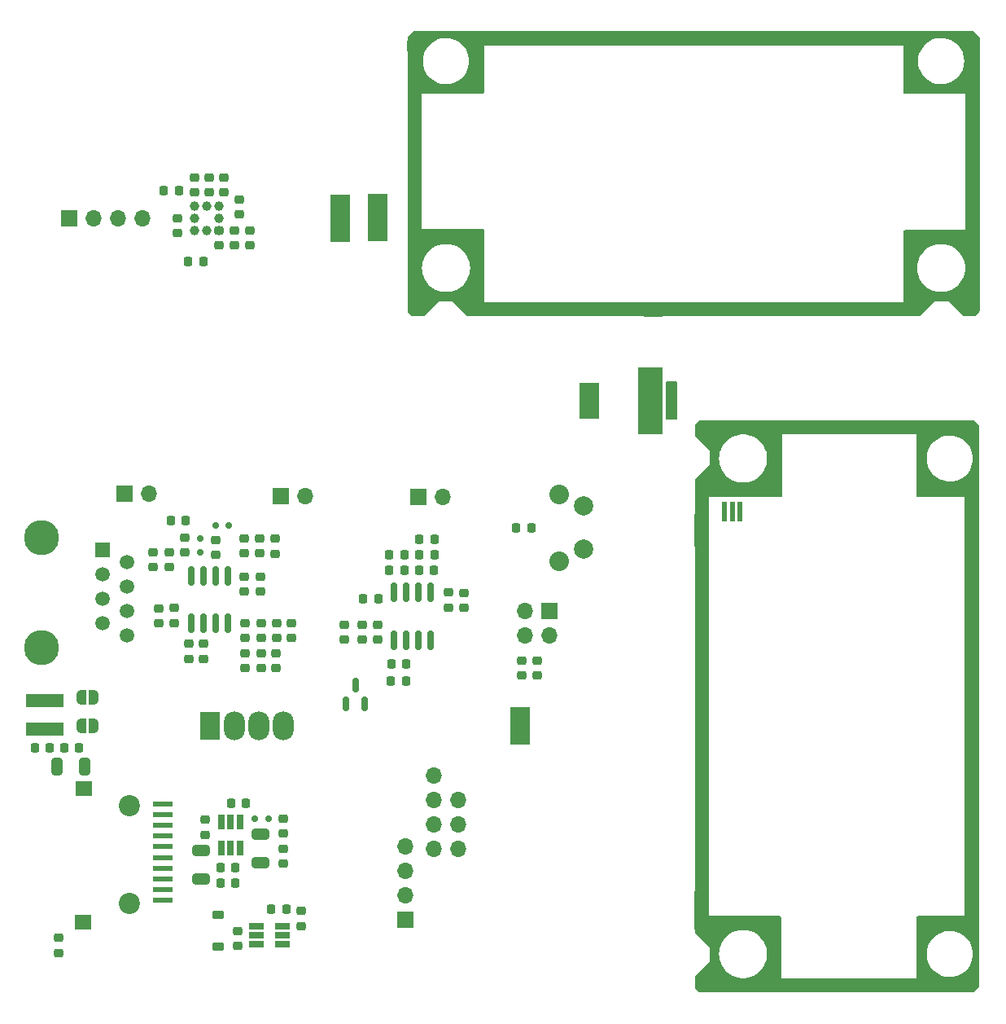
<source format=gbr>
G04 #@! TF.GenerationSoftware,KiCad,Pcbnew,7.0.1-0*
G04 #@! TF.CreationDate,2023-11-21T15:01:45-05:00*
G04 #@! TF.ProjectId,CosmicWatch,436f736d-6963-4576-9174-63682e6b6963,rev?*
G04 #@! TF.SameCoordinates,Original*
G04 #@! TF.FileFunction,Soldermask,Bot*
G04 #@! TF.FilePolarity,Negative*
%FSLAX46Y46*%
G04 Gerber Fmt 4.6, Leading zero omitted, Abs format (unit mm)*
G04 Created by KiCad (PCBNEW 7.0.1-0) date 2023-11-21 15:01:45*
%MOMM*%
%LPD*%
G01*
G04 APERTURE LIST*
G04 Aperture macros list*
%AMRoundRect*
0 Rectangle with rounded corners*
0 $1 Rounding radius*
0 $2 $3 $4 $5 $6 $7 $8 $9 X,Y pos of 4 corners*
0 Add a 4 corners polygon primitive as box body*
4,1,4,$2,$3,$4,$5,$6,$7,$8,$9,$2,$3,0*
0 Add four circle primitives for the rounded corners*
1,1,$1+$1,$2,$3*
1,1,$1+$1,$4,$5*
1,1,$1+$1,$6,$7*
1,1,$1+$1,$8,$9*
0 Add four rect primitives between the rounded corners*
20,1,$1+$1,$2,$3,$4,$5,0*
20,1,$1+$1,$4,$5,$6,$7,0*
20,1,$1+$1,$6,$7,$8,$9,0*
20,1,$1+$1,$8,$9,$2,$3,0*%
%AMFreePoly0*
4,1,19,0.500000,-0.750000,0.000000,-0.750000,0.000000,-0.744911,-0.071157,-0.744911,-0.207708,-0.704816,-0.327430,-0.627875,-0.420627,-0.520320,-0.479746,-0.390866,-0.500000,-0.250000,-0.500000,0.250000,-0.479746,0.390866,-0.420627,0.520320,-0.327430,0.627875,-0.207708,0.704816,-0.071157,0.744911,0.000000,0.744911,0.000000,0.750000,0.500000,0.750000,0.500000,-0.750000,0.500000,-0.750000,
$1*%
%AMFreePoly1*
4,1,19,0.000000,0.744911,0.071157,0.744911,0.207708,0.704816,0.327430,0.627875,0.420627,0.520320,0.479746,0.390866,0.500000,0.250000,0.500000,-0.250000,0.479746,-0.390866,0.420627,-0.520320,0.327430,-0.627875,0.207708,-0.704816,0.071157,-0.744911,0.000000,-0.744911,0.000000,-0.750000,-0.500000,-0.750000,-0.500000,0.750000,0.000000,0.750000,0.000000,0.744911,0.000000,0.744911,
$1*%
G04 Aperture macros list end*
%ADD10RoundRect,0.225000X0.250000X-0.225000X0.250000X0.225000X-0.250000X0.225000X-0.250000X-0.225000X0*%
%ADD11R,1.700000X1.700000*%
%ADD12O,1.700000X1.700000*%
%ADD13RoundRect,0.150000X0.150000X-0.825000X0.150000X0.825000X-0.150000X0.825000X-0.150000X-0.825000X0*%
%ADD14C,1.000000*%
%ADD15RoundRect,0.225000X-0.225000X-0.250000X0.225000X-0.250000X0.225000X0.250000X-0.225000X0.250000X0*%
%ADD16R,1.560000X0.650000*%
%ADD17RoundRect,0.225000X0.225000X0.250000X-0.225000X0.250000X-0.225000X-0.250000X0.225000X-0.250000X0*%
%ADD18RoundRect,0.225000X-0.250000X0.225000X-0.250000X-0.225000X0.250000X-0.225000X0.250000X0.225000X0*%
%ADD19RoundRect,0.150000X-0.150000X-0.200000X0.150000X-0.200000X0.150000X0.200000X-0.150000X0.200000X0*%
%ADD20RoundRect,0.150000X-0.200000X0.150000X-0.200000X-0.150000X0.200000X-0.150000X0.200000X0.150000X0*%
%ADD21R,2.000000X4.000000*%
%ADD22C,2.032000*%
%ADD23C,2.000000*%
%ADD24R,2.000000X3.000000*%
%ADD25O,2.200000X3.000000*%
%ADD26R,2.000000X5.000000*%
%ADD27R,2.000000X3.800000*%
%ADD28R,2.500000X7.000000*%
%ADD29C,3.650000*%
%ADD30R,1.500000X1.500000*%
%ADD31C,1.500000*%
%ADD32R,0.500000X2.000000*%
%ADD33R,2.000000X0.500000*%
%ADD34R,1.800000X1.500000*%
%ADD35C,2.200000*%
%ADD36RoundRect,0.250000X-0.325000X-0.650000X0.325000X-0.650000X0.325000X0.650000X-0.325000X0.650000X0*%
%ADD37FreePoly0,0.000000*%
%ADD38FreePoly1,0.000000*%
%ADD39R,4.000000X1.400000*%
%ADD40R,0.650000X1.560000*%
%ADD41RoundRect,0.250000X0.650000X-0.325000X0.650000X0.325000X-0.650000X0.325000X-0.650000X-0.325000X0*%
%ADD42RoundRect,0.225000X-0.375000X0.225000X-0.375000X-0.225000X0.375000X-0.225000X0.375000X0.225000X0*%
%ADD43RoundRect,0.150000X0.150000X-0.587500X0.150000X0.587500X-0.150000X0.587500X-0.150000X-0.587500X0*%
G04 APERTURE END LIST*
D10*
X88245000Y-108240000D03*
X88245000Y-106690000D03*
D11*
X103070000Y-90415000D03*
D12*
X105610000Y-90415000D03*
D11*
X72505000Y-90065000D03*
D12*
X75045000Y-90065000D03*
D11*
X88755000Y-90365000D03*
D12*
X91295000Y-90365000D03*
D13*
X104350000Y-100365000D03*
X103080000Y-100365000D03*
X101810000Y-100365000D03*
X100540000Y-100365000D03*
X100540000Y-105315000D03*
X101810000Y-105315000D03*
X103080000Y-105315000D03*
X104350000Y-105315000D03*
D14*
X79760000Y-60175000D03*
X81020000Y-60175000D03*
X82280000Y-60175000D03*
X79760000Y-61435000D03*
X82280000Y-61435000D03*
X79760000Y-62695000D03*
X81020000Y-62695000D03*
X82280000Y-62695000D03*
D15*
X101575000Y-96450000D03*
X100025000Y-96450000D03*
D16*
X88895000Y-135015000D03*
X88895000Y-135965000D03*
X88895000Y-136915000D03*
X86195000Y-136915000D03*
X86195000Y-135965000D03*
X86195000Y-135015000D03*
D15*
X97320000Y-101040000D03*
X98870000Y-101040000D03*
D17*
X101745000Y-109515000D03*
X100195000Y-109515000D03*
X78845000Y-92865000D03*
X77295000Y-92865000D03*
D18*
X95320000Y-105265000D03*
X95320000Y-103715000D03*
D17*
X103150000Y-94850000D03*
X104700000Y-94850000D03*
D10*
X81965000Y-94920000D03*
X81965000Y-96470000D03*
X84945000Y-96290000D03*
X84945000Y-94740000D03*
X75465000Y-97710000D03*
X75465000Y-96160000D03*
X86675000Y-108220000D03*
X86675000Y-106670000D03*
D17*
X100220000Y-107815000D03*
X101770000Y-107815000D03*
D10*
X77105000Y-97725000D03*
X77105000Y-96175000D03*
X89875000Y-105075000D03*
X89875000Y-103525000D03*
X86675000Y-105090000D03*
X86675000Y-103540000D03*
D18*
X78755000Y-94615000D03*
X78755000Y-96165000D03*
D19*
X83335000Y-93375000D03*
X81935000Y-93375000D03*
D20*
X80385000Y-96172500D03*
X80385000Y-94772500D03*
D21*
X113595000Y-114175000D03*
D11*
X116650000Y-102300000D03*
D12*
X116650000Y-104840000D03*
X114110000Y-102300000D03*
X114110000Y-104840000D03*
D22*
X117707500Y-97125000D03*
D23*
X120207500Y-95875000D03*
D22*
X117707500Y-90125000D03*
D23*
X120207500Y-91375000D03*
D24*
X81355000Y-114175000D03*
D25*
X83895000Y-114175000D03*
X86435000Y-114175000D03*
X88975000Y-114175000D03*
D11*
X66751370Y-61420023D03*
D12*
X69291370Y-61420023D03*
X71831370Y-61420023D03*
X74371370Y-61420023D03*
D26*
X98825000Y-61375000D03*
D11*
X101700000Y-134350000D03*
D12*
X101700000Y-131810000D03*
X101700000Y-129270000D03*
X101700000Y-126730000D03*
D26*
X94925000Y-61425000D03*
D27*
X120800000Y-80400000D03*
D28*
X127175000Y-80400000D03*
D29*
X63845000Y-94645000D03*
X63845000Y-106075000D03*
D30*
X70195000Y-95915000D03*
D31*
X72735000Y-97185000D03*
X70195000Y-98455000D03*
X72735000Y-99725000D03*
X70195000Y-100995000D03*
X72735000Y-102265000D03*
X70195000Y-103535000D03*
X72735000Y-104805000D03*
D17*
X64685000Y-116455000D03*
X63135000Y-116455000D03*
D32*
X134915000Y-91935000D03*
X135715000Y-91935000D03*
X136515000Y-91935000D03*
D15*
X113225000Y-93675000D03*
X114775000Y-93675000D03*
D10*
X80735000Y-107225000D03*
X80735000Y-105675000D03*
X65625000Y-137800000D03*
X65625000Y-136250000D03*
D33*
X76465000Y-124551700D03*
X76465000Y-125662800D03*
X76465000Y-126773900D03*
X76465000Y-127885000D03*
X76465000Y-128996100D03*
X76465000Y-130107200D03*
D34*
X68240000Y-120704500D03*
X68190000Y-134604500D03*
D33*
X76465000Y-131218300D03*
X76465000Y-132329400D03*
X76465000Y-122329500D03*
X76465000Y-123440600D03*
D35*
X72965000Y-132679500D03*
X72965000Y-122529500D03*
D36*
X65415000Y-118485000D03*
X68365000Y-118485000D03*
D12*
X104685000Y-119395000D03*
X107225000Y-121935000D03*
X104685000Y-121935000D03*
X107225000Y-124475000D03*
X104685000Y-124475000D03*
X107225000Y-127015000D03*
X104685000Y-127015000D03*
D18*
X85035000Y-103525000D03*
X85035000Y-105075000D03*
D13*
X83240000Y-103550000D03*
X81970000Y-103550000D03*
X80700000Y-103550000D03*
X79430000Y-103550000D03*
X79430000Y-98600000D03*
X80700000Y-98600000D03*
X81970000Y-98600000D03*
X83240000Y-98600000D03*
D18*
X76035000Y-102000000D03*
X76035000Y-103550000D03*
X82301370Y-62695023D03*
X82301370Y-64245023D03*
X83901370Y-62720023D03*
X83901370Y-64270023D03*
X85501370Y-62695023D03*
X85501370Y-64245023D03*
D15*
X82435000Y-128965000D03*
X83985000Y-128965000D03*
X79120000Y-65915000D03*
X80670000Y-65915000D03*
D17*
X85085000Y-122295000D03*
X83535000Y-122295000D03*
D18*
X77635000Y-101975000D03*
X77635000Y-103525000D03*
D37*
X67975000Y-114175000D03*
D38*
X69275000Y-114175000D03*
D39*
X64145000Y-111625000D03*
X64145000Y-114525000D03*
D18*
X77951370Y-61420023D03*
X77951370Y-62970023D03*
D10*
X79745000Y-57190000D03*
X79745000Y-58740000D03*
X82845000Y-58740000D03*
X82845000Y-57190000D03*
X81295000Y-57190000D03*
X81295000Y-58740000D03*
X88145000Y-96315000D03*
X88145000Y-94765000D03*
D18*
X106145000Y-101915000D03*
X106145000Y-100365000D03*
D10*
X84401370Y-61045023D03*
X84401370Y-59495023D03*
X88990000Y-125420000D03*
X88990000Y-123870000D03*
D18*
X88990000Y-126960000D03*
X88990000Y-128510000D03*
D15*
X66190000Y-116455000D03*
X67740000Y-116455000D03*
D17*
X104700000Y-96450000D03*
X103150000Y-96450000D03*
D40*
X84465000Y-126910000D03*
X83515000Y-126910000D03*
X82565000Y-126910000D03*
X82565000Y-124210000D03*
X83515000Y-124210000D03*
X84465000Y-124210000D03*
D41*
X86640000Y-128455000D03*
X86640000Y-125505000D03*
D18*
X97245000Y-105265000D03*
X97245000Y-103715000D03*
D37*
X67965000Y-111225000D03*
D38*
X69265000Y-111225000D03*
D17*
X103125000Y-98050000D03*
X104675000Y-98050000D03*
D10*
X113825000Y-108975000D03*
X113825000Y-107425000D03*
D18*
X98845000Y-103690000D03*
X98845000Y-105240000D03*
X115425000Y-107425000D03*
X115425000Y-108975000D03*
D10*
X80890000Y-125530000D03*
X80890000Y-123980000D03*
X84245000Y-137105000D03*
X84245000Y-135555000D03*
D18*
X86585000Y-98725000D03*
X86585000Y-100275000D03*
X88275000Y-105085000D03*
X88275000Y-103535000D03*
D17*
X100025000Y-98050000D03*
X101575000Y-98050000D03*
D42*
X82190000Y-133830000D03*
X82190000Y-137130000D03*
D18*
X107745000Y-101940000D03*
X107745000Y-100390000D03*
D15*
X76576370Y-58620023D03*
X78126370Y-58620023D03*
D41*
X80480000Y-130125000D03*
X80480000Y-127175000D03*
D10*
X90870000Y-133465000D03*
X90870000Y-135015000D03*
X79135000Y-107225000D03*
X79135000Y-105675000D03*
D17*
X83985000Y-130535000D03*
X82435000Y-130535000D03*
D18*
X84935000Y-98700000D03*
X84935000Y-100250000D03*
X85035000Y-106675000D03*
X85035000Y-108225000D03*
D19*
X87430000Y-123865000D03*
X86030000Y-123865000D03*
D18*
X86545000Y-94740000D03*
X86545000Y-96290000D03*
D17*
X89295000Y-133265000D03*
X87745000Y-133265000D03*
D43*
X97445000Y-111890000D03*
X95545000Y-111890000D03*
X96495000Y-110015000D03*
G36*
X161362000Y-62437881D02*
G01*
X161408119Y-62484000D01*
X161425000Y-62547000D01*
X161425000Y-71072810D01*
X161415409Y-71121028D01*
X161388095Y-71161905D01*
X160961905Y-71588095D01*
X160921028Y-71615409D01*
X160872810Y-71625000D01*
X159777190Y-71625000D01*
X159728972Y-71615409D01*
X159688095Y-71588095D01*
X158225001Y-70125000D01*
X156724998Y-70125000D01*
X155261905Y-71588095D01*
X155221028Y-71615409D01*
X155172810Y-71625000D01*
X153397000Y-71625000D01*
X153334000Y-71608119D01*
X153287881Y-71562000D01*
X153271000Y-71499000D01*
X153271000Y-70301000D01*
X153287881Y-70238000D01*
X153334000Y-70191881D01*
X153397000Y-70175000D01*
X153525000Y-70175000D01*
X153525000Y-66625000D01*
X154924999Y-66625000D01*
X154944712Y-66938331D01*
X155003541Y-67246722D01*
X155100560Y-67545313D01*
X155234233Y-67829384D01*
X155402455Y-68094460D01*
X155602577Y-68336367D01*
X155831440Y-68551283D01*
X156085430Y-68735818D01*
X156360555Y-68887069D01*
X156652460Y-69002642D01*
X156956546Y-69080718D01*
X157268021Y-69120067D01*
X157581979Y-69120067D01*
X157893453Y-69080718D01*
X158197539Y-69002642D01*
X158489444Y-68887069D01*
X158764569Y-68735818D01*
X159018559Y-68551283D01*
X159247422Y-68336367D01*
X159447544Y-68094460D01*
X159615766Y-67829384D01*
X159749439Y-67545313D01*
X159846458Y-67246722D01*
X159905287Y-66938331D01*
X159925000Y-66625000D01*
X159905287Y-66311668D01*
X159846458Y-66003277D01*
X159749439Y-65704686D01*
X159615766Y-65420615D01*
X159447544Y-65155539D01*
X159247422Y-64913632D01*
X159018559Y-64698716D01*
X158764569Y-64514181D01*
X158489444Y-64362930D01*
X158197539Y-64247357D01*
X157893453Y-64169281D01*
X157581979Y-64129933D01*
X157268021Y-64129933D01*
X156956546Y-64169281D01*
X156652460Y-64247357D01*
X156360555Y-64362930D01*
X156085430Y-64514181D01*
X155831440Y-64698716D01*
X155602577Y-64913632D01*
X155402455Y-65155539D01*
X155234233Y-65420615D01*
X155100560Y-65704686D01*
X155003541Y-66003277D01*
X154944712Y-66311668D01*
X154924999Y-66625000D01*
X153525000Y-66625000D01*
X153525000Y-62801000D01*
X153541881Y-62738000D01*
X153588000Y-62691881D01*
X153651000Y-62675000D01*
X159975000Y-62675000D01*
X159975000Y-62547000D01*
X159991881Y-62484000D01*
X160038000Y-62437881D01*
X160101000Y-62421000D01*
X161299000Y-62421000D01*
X161362000Y-62437881D01*
G37*
G36*
X133466000Y-82441881D02*
G01*
X133512119Y-82488000D01*
X133529000Y-82551000D01*
X133529000Y-85524809D01*
X133515267Y-85582012D01*
X133477061Y-85626745D01*
X133422711Y-85649258D01*
X133364064Y-85644642D01*
X133313905Y-85613904D01*
X131861905Y-84161905D01*
X131834591Y-84121028D01*
X131825000Y-84072810D01*
X131825000Y-82977190D01*
X131834591Y-82928972D01*
X131861905Y-82888095D01*
X132288095Y-82461905D01*
X132328972Y-82434591D01*
X132377190Y-82425000D01*
X133403000Y-82425000D01*
X133466000Y-82441881D01*
G37*
G36*
X133477061Y-87123255D02*
G01*
X133515267Y-87167988D01*
X133529000Y-87225191D01*
X133529000Y-90299000D01*
X133512119Y-90362000D01*
X133466000Y-90408119D01*
X133403000Y-90425000D01*
X133275000Y-90425000D01*
X133275000Y-133975000D01*
X133403000Y-133975000D01*
X133466000Y-133991881D01*
X133512119Y-134038000D01*
X133529000Y-134101000D01*
X133529000Y-137124809D01*
X133515267Y-137182012D01*
X133477061Y-137226745D01*
X133422711Y-137249258D01*
X133364064Y-137244642D01*
X133313905Y-137213904D01*
X131861905Y-135761905D01*
X131834591Y-135721028D01*
X131825000Y-135672810D01*
X131825000Y-135374999D01*
X131811905Y-135361904D01*
X131784591Y-135321027D01*
X131775000Y-135272809D01*
X131775000Y-131477169D01*
X131784612Y-131428901D01*
X131811980Y-131387998D01*
X131825000Y-131375000D01*
X131825000Y-95624999D01*
X131811905Y-95611904D01*
X131784591Y-95571027D01*
X131775000Y-95522809D01*
X131775000Y-92277191D01*
X131784591Y-92228973D01*
X131811905Y-92188096D01*
X131825000Y-92175001D01*
X131825000Y-88677190D01*
X131834591Y-88628972D01*
X131861905Y-88588095D01*
X133313905Y-87136096D01*
X133364064Y-87105358D01*
X133422711Y-87100742D01*
X133477061Y-87123255D01*
G37*
G36*
X133477061Y-138723255D02*
G01*
X133515267Y-138767988D01*
X133529000Y-138825191D01*
X133529000Y-141799000D01*
X133512119Y-141862000D01*
X133466000Y-141908119D01*
X133403000Y-141925000D01*
X132377190Y-141925000D01*
X132328972Y-141915409D01*
X132288095Y-141888095D01*
X131861905Y-141461905D01*
X131834591Y-141421028D01*
X131825000Y-141372810D01*
X131825000Y-140277190D01*
X131834591Y-140228972D01*
X131861905Y-140188095D01*
X133313905Y-138736096D01*
X133364064Y-138705358D01*
X133422711Y-138700742D01*
X133477061Y-138723255D01*
G37*
G36*
X105082012Y-69934733D02*
G01*
X105126745Y-69972939D01*
X105149258Y-70027289D01*
X105144642Y-70085936D01*
X105113904Y-70136095D01*
X103661905Y-71588095D01*
X103621028Y-71615409D01*
X103572810Y-71625000D01*
X102477190Y-71625000D01*
X102428972Y-71615409D01*
X102388095Y-71588095D01*
X101961905Y-71161905D01*
X101934591Y-71121028D01*
X101925000Y-71072810D01*
X101925000Y-70047000D01*
X101941881Y-69984000D01*
X101988000Y-69937881D01*
X102051000Y-69921000D01*
X105024809Y-69921000D01*
X105082012Y-69934733D01*
G37*
G36*
X161362000Y-69937881D02*
G01*
X161408119Y-69984000D01*
X161425000Y-70047000D01*
X161425000Y-71072810D01*
X161415409Y-71121028D01*
X161388095Y-71161905D01*
X160961905Y-71588095D01*
X160921028Y-71615409D01*
X160872810Y-71625000D01*
X159777190Y-71625000D01*
X159728972Y-71615409D01*
X159688095Y-71588095D01*
X158236096Y-70136095D01*
X158205358Y-70085936D01*
X158200742Y-70027289D01*
X158223255Y-69972939D01*
X158267988Y-69934733D01*
X158325191Y-69921000D01*
X161299000Y-69921000D01*
X161362000Y-69937881D01*
G37*
G36*
X109812000Y-69937881D02*
G01*
X109858119Y-69984000D01*
X109875000Y-70047000D01*
X109875000Y-70175000D01*
X153525000Y-70175000D01*
X153525000Y-70047000D01*
X153541881Y-69984000D01*
X153588000Y-69937881D01*
X153651000Y-69921000D01*
X156624809Y-69921000D01*
X156682012Y-69934733D01*
X156726745Y-69972939D01*
X156749258Y-70027289D01*
X156744642Y-70085936D01*
X156713904Y-70136095D01*
X155261905Y-71588095D01*
X155221028Y-71615409D01*
X155172810Y-71625000D01*
X128499999Y-71625000D01*
X128486904Y-71638095D01*
X128446027Y-71665409D01*
X128397809Y-71675000D01*
X126602191Y-71675000D01*
X126553973Y-71665409D01*
X126513096Y-71638095D01*
X126500001Y-71625000D01*
X108177190Y-71625000D01*
X108128972Y-71615409D01*
X108088095Y-71588095D01*
X106636096Y-70136095D01*
X106605358Y-70085936D01*
X106600742Y-70027289D01*
X106623255Y-69972939D01*
X106667988Y-69934733D01*
X106725191Y-69921000D01*
X109749000Y-69921000D01*
X109812000Y-69937881D01*
G37*
G36*
X160821028Y-42034591D02*
G01*
X160861905Y-42061905D01*
X161388095Y-42588095D01*
X161415409Y-42628972D01*
X161425000Y-42677190D01*
X161425000Y-43603000D01*
X161408119Y-43666000D01*
X161362000Y-43712119D01*
X161299000Y-43729000D01*
X159440199Y-43729000D01*
X159387356Y-43717384D01*
X159344257Y-43684677D01*
X159149037Y-43455362D01*
X158921375Y-43248602D01*
X158669146Y-43072659D01*
X158396476Y-42930408D01*
X158107865Y-42824196D01*
X157808042Y-42755764D01*
X157501920Y-42726232D01*
X157194548Y-42736089D01*
X156890949Y-42785173D01*
X156596124Y-42872676D01*
X156314909Y-42997162D01*
X156051920Y-43156587D01*
X155811476Y-43348335D01*
X155597529Y-43569252D01*
X155516099Y-43678362D01*
X155471603Y-43715631D01*
X155415121Y-43729000D01*
X153601000Y-43729000D01*
X153538000Y-43712119D01*
X153491881Y-43666000D01*
X153475000Y-43603000D01*
X153475000Y-43475000D01*
X109875000Y-43475000D01*
X109875000Y-43603000D01*
X109858119Y-43666000D01*
X109812000Y-43712119D01*
X109749000Y-43729000D01*
X107940199Y-43729000D01*
X107887356Y-43717384D01*
X107844257Y-43684677D01*
X107649037Y-43455362D01*
X107421375Y-43248602D01*
X107169146Y-43072659D01*
X106896476Y-42930408D01*
X106607865Y-42824196D01*
X106308042Y-42755764D01*
X106001920Y-42726232D01*
X105694548Y-42736089D01*
X105390949Y-42785173D01*
X105096124Y-42872676D01*
X104814909Y-42997162D01*
X104551920Y-43156587D01*
X104311476Y-43348335D01*
X104097529Y-43569252D01*
X104016099Y-43678362D01*
X103971603Y-43715631D01*
X103915121Y-43729000D01*
X102001000Y-43729000D01*
X101938000Y-43712119D01*
X101891881Y-43666000D01*
X101875000Y-43603000D01*
X101875000Y-43027191D01*
X101884591Y-42978973D01*
X101911905Y-42938096D01*
X101925000Y-42925001D01*
X101925000Y-42677190D01*
X101934591Y-42628972D01*
X101961905Y-42588095D01*
X102488095Y-42061905D01*
X102528972Y-42034591D01*
X102577190Y-42025000D01*
X160772810Y-42025000D01*
X160821028Y-42034591D01*
G37*
G36*
X160821028Y-42034591D02*
G01*
X160861905Y-42061905D01*
X161388095Y-42588095D01*
X161415409Y-42628972D01*
X161425000Y-42677190D01*
X161425000Y-71072810D01*
X161415409Y-71121028D01*
X161388095Y-71161905D01*
X160961905Y-71588095D01*
X160921028Y-71615409D01*
X160872810Y-71625000D01*
X159847000Y-71625000D01*
X159784000Y-71608119D01*
X159737881Y-71562000D01*
X159721000Y-71499000D01*
X159721000Y-67633915D01*
X159732992Y-67580267D01*
X159749439Y-67545314D01*
X159846458Y-67246722D01*
X159905287Y-66938331D01*
X159925000Y-66625000D01*
X159905287Y-66311668D01*
X159846458Y-66003277D01*
X159749439Y-65704685D01*
X159732992Y-65669733D01*
X159721000Y-65616085D01*
X159721000Y-62801000D01*
X159737881Y-62738000D01*
X159784000Y-62691881D01*
X159847000Y-62675000D01*
X159975000Y-62675000D01*
X159975000Y-48475000D01*
X159847000Y-48475000D01*
X159784000Y-48458119D01*
X159737881Y-48412000D01*
X159721000Y-48349000D01*
X159721000Y-45830968D01*
X159727419Y-45791265D01*
X159746508Y-45733769D01*
X159805296Y-45431908D01*
X159824999Y-45124999D01*
X159805296Y-44818091D01*
X159746508Y-44516230D01*
X159727419Y-44458735D01*
X159721000Y-44419032D01*
X159721000Y-42151000D01*
X159737881Y-42088000D01*
X159784000Y-42041881D01*
X159847000Y-42025000D01*
X160772810Y-42025000D01*
X160821028Y-42034591D01*
G37*
G36*
X110066000Y-42041881D02*
G01*
X110112119Y-42088000D01*
X110129000Y-42151000D01*
X110129000Y-43349000D01*
X110112119Y-43412000D01*
X110066000Y-43458119D01*
X110003000Y-43475000D01*
X109875000Y-43475000D01*
X109875000Y-48399000D01*
X109858119Y-48462000D01*
X109812000Y-48508119D01*
X109749000Y-48525000D01*
X103375000Y-48525000D01*
X103375000Y-48653000D01*
X103358119Y-48716000D01*
X103312000Y-48762119D01*
X103249000Y-48779000D01*
X102051000Y-48779000D01*
X101988000Y-48762119D01*
X101941881Y-48716000D01*
X101925000Y-48653000D01*
X101925000Y-45278764D01*
X103529931Y-45278764D01*
X103569259Y-45583785D01*
X103647265Y-45881255D01*
X103762676Y-46166323D01*
X103913590Y-46434285D01*
X104097529Y-46680747D01*
X104311476Y-46901664D01*
X104551920Y-47093412D01*
X104814909Y-47252837D01*
X105096124Y-47377323D01*
X105390949Y-47464826D01*
X105694548Y-47513910D01*
X106001920Y-47523767D01*
X106308042Y-47494235D01*
X106607865Y-47425803D01*
X106896476Y-47319591D01*
X107169146Y-47177340D01*
X107421375Y-47001397D01*
X107649037Y-46794637D01*
X107848394Y-46560462D01*
X108016164Y-46302722D01*
X108149599Y-46025643D01*
X108246509Y-45733766D01*
X108305296Y-45431908D01*
X108324999Y-45124999D01*
X108305296Y-44818091D01*
X108246509Y-44516233D01*
X108149599Y-44224356D01*
X108016164Y-43947277D01*
X107848394Y-43689537D01*
X107649037Y-43455362D01*
X107421375Y-43248602D01*
X107169146Y-43072659D01*
X106896476Y-42930408D01*
X106607865Y-42824196D01*
X106308042Y-42755764D01*
X106001920Y-42726232D01*
X105694548Y-42736089D01*
X105390949Y-42785173D01*
X105096124Y-42872676D01*
X104814909Y-42997162D01*
X104551920Y-43156587D01*
X104311476Y-43348335D01*
X104097529Y-43569252D01*
X103913590Y-43815714D01*
X103762676Y-44083676D01*
X103647265Y-44368744D01*
X103569259Y-44666214D01*
X103529931Y-44971236D01*
X103529931Y-45278764D01*
X101925000Y-45278764D01*
X101925000Y-44094999D01*
X101911905Y-44081904D01*
X101884591Y-44041027D01*
X101875000Y-43992809D01*
X101875000Y-43027191D01*
X101884591Y-42978973D01*
X101911905Y-42938096D01*
X101925000Y-42925001D01*
X101925000Y-42677190D01*
X101934591Y-42628972D01*
X101961905Y-42588095D01*
X102488095Y-42061905D01*
X102528972Y-42034591D01*
X102577190Y-42025000D01*
X110003000Y-42025000D01*
X110066000Y-42041881D01*
G37*
G36*
X103566000Y-42041881D02*
G01*
X103612119Y-42088000D01*
X103629000Y-42151000D01*
X103629000Y-44422151D01*
X103624879Y-44454111D01*
X103569259Y-44666212D01*
X103529931Y-44971236D01*
X103529931Y-45278764D01*
X103569259Y-45583787D01*
X103624879Y-45795889D01*
X103629000Y-45827849D01*
X103629000Y-48399000D01*
X103612119Y-48462000D01*
X103566000Y-48508119D01*
X103503000Y-48525000D01*
X103375000Y-48525000D01*
X103375000Y-62525000D01*
X103503000Y-62525000D01*
X103566000Y-62541881D01*
X103612119Y-62588000D01*
X103629000Y-62651000D01*
X103629000Y-65616085D01*
X103617008Y-65669733D01*
X103600560Y-65704685D01*
X103503541Y-66003277D01*
X103444712Y-66311668D01*
X103424999Y-66624999D01*
X103444712Y-66938331D01*
X103503541Y-67246722D01*
X103600560Y-67545314D01*
X103617008Y-67580267D01*
X103629000Y-67633915D01*
X103629000Y-71499000D01*
X103612119Y-71562000D01*
X103566000Y-71608119D01*
X103503000Y-71625000D01*
X102477190Y-71625000D01*
X102428972Y-71615409D01*
X102388095Y-71588095D01*
X101961905Y-71161905D01*
X101934591Y-71121028D01*
X101925000Y-71072810D01*
X101925000Y-44094999D01*
X101911905Y-44081904D01*
X101884591Y-44041027D01*
X101875000Y-43992809D01*
X101875000Y-43027191D01*
X101884591Y-42978973D01*
X101911905Y-42938096D01*
X101925000Y-42925001D01*
X101925000Y-42677190D01*
X101934591Y-42628972D01*
X101961905Y-42588095D01*
X102488095Y-42061905D01*
X102528972Y-42034591D01*
X102577190Y-42025000D01*
X103503000Y-42025000D01*
X103566000Y-42041881D01*
G37*
G36*
X160821028Y-82434591D02*
G01*
X160861905Y-82461905D01*
X161338095Y-82938095D01*
X161365409Y-82978972D01*
X161375000Y-83027190D01*
X161375000Y-141322810D01*
X161365409Y-141371028D01*
X161338095Y-141411905D01*
X160861905Y-141888095D01*
X160821028Y-141915409D01*
X160772810Y-141925000D01*
X159747000Y-141925000D01*
X159684000Y-141908119D01*
X159637881Y-141862000D01*
X159621000Y-141799000D01*
X159621000Y-140006903D01*
X159635289Y-139948623D01*
X159674914Y-139903561D01*
X159821375Y-139801397D01*
X160049037Y-139594637D01*
X160248394Y-139360462D01*
X160416164Y-139102722D01*
X160549599Y-138825643D01*
X160646509Y-138533766D01*
X160705296Y-138231908D01*
X160724999Y-137925000D01*
X160705296Y-137618091D01*
X160646509Y-137316233D01*
X160549599Y-137024356D01*
X160416164Y-136747277D01*
X160248394Y-136489537D01*
X160049037Y-136255362D01*
X159821375Y-136048602D01*
X159674914Y-135946439D01*
X159635289Y-135901377D01*
X159621000Y-135843097D01*
X159621000Y-134101000D01*
X159637881Y-134038000D01*
X159684000Y-133991881D01*
X159747000Y-133975000D01*
X159875000Y-133975000D01*
X159875000Y-90425000D01*
X159747000Y-90425000D01*
X159684000Y-90408119D01*
X159637881Y-90362000D01*
X159621000Y-90299000D01*
X159621000Y-88506903D01*
X159635289Y-88448623D01*
X159674914Y-88403561D01*
X159821375Y-88301397D01*
X160049037Y-88094637D01*
X160248394Y-87860462D01*
X160416164Y-87602722D01*
X160549599Y-87325643D01*
X160646509Y-87033766D01*
X160705296Y-86731908D01*
X160724999Y-86424999D01*
X160705296Y-86118091D01*
X160646509Y-85816233D01*
X160549599Y-85524356D01*
X160416164Y-85247277D01*
X160248394Y-84989537D01*
X160049037Y-84755362D01*
X159821375Y-84548602D01*
X159674914Y-84446439D01*
X159635289Y-84401377D01*
X159621000Y-84343097D01*
X159621000Y-82551000D01*
X159637881Y-82488000D01*
X159684000Y-82441881D01*
X159747000Y-82425000D01*
X160772810Y-82425000D01*
X160821028Y-82434591D01*
G37*
G36*
X103312000Y-62287881D02*
G01*
X103358119Y-62334000D01*
X103375000Y-62397000D01*
X103375000Y-62525000D01*
X109749000Y-62525000D01*
X109812000Y-62541881D01*
X109858119Y-62588000D01*
X109875000Y-62651000D01*
X109875000Y-70175000D01*
X110003000Y-70175000D01*
X110066000Y-70191881D01*
X110112119Y-70238000D01*
X110129000Y-70301000D01*
X110129000Y-71499000D01*
X110112119Y-71562000D01*
X110066000Y-71608119D01*
X110003000Y-71625000D01*
X108177190Y-71625000D01*
X108128972Y-71615409D01*
X108088095Y-71588095D01*
X106625001Y-70125000D01*
X105124998Y-70125000D01*
X103661905Y-71588095D01*
X103621028Y-71615409D01*
X103572810Y-71625000D01*
X102477190Y-71625000D01*
X102428972Y-71615409D01*
X102388095Y-71588095D01*
X101961905Y-71161905D01*
X101934591Y-71121028D01*
X101925000Y-71072810D01*
X101925000Y-66624999D01*
X103424999Y-66624999D01*
X103444712Y-66938331D01*
X103503541Y-67246722D01*
X103600560Y-67545313D01*
X103734233Y-67829384D01*
X103902455Y-68094460D01*
X104102577Y-68336367D01*
X104331440Y-68551283D01*
X104585430Y-68735818D01*
X104860555Y-68887069D01*
X105152460Y-69002642D01*
X105456546Y-69080718D01*
X105768021Y-69120067D01*
X106081979Y-69120067D01*
X106393453Y-69080718D01*
X106697539Y-69002642D01*
X106989444Y-68887069D01*
X107264569Y-68735818D01*
X107518559Y-68551283D01*
X107747422Y-68336367D01*
X107947544Y-68094460D01*
X108115766Y-67829384D01*
X108249439Y-67545313D01*
X108346458Y-67246722D01*
X108405287Y-66938331D01*
X108425000Y-66624999D01*
X108405287Y-66311668D01*
X108346458Y-66003277D01*
X108249439Y-65704686D01*
X108115766Y-65420615D01*
X107947544Y-65155539D01*
X107747422Y-64913632D01*
X107518559Y-64698716D01*
X107264569Y-64514181D01*
X106989444Y-64362930D01*
X106697539Y-64247357D01*
X106393453Y-64169281D01*
X106081979Y-64129933D01*
X105768021Y-64129933D01*
X105456546Y-64169281D01*
X105152460Y-64247357D01*
X104860555Y-64362930D01*
X104585430Y-64514181D01*
X104331440Y-64698716D01*
X104102577Y-64913632D01*
X103902455Y-65155539D01*
X103734233Y-65420615D01*
X103600560Y-65704686D01*
X103503541Y-66003277D01*
X103444712Y-66311668D01*
X103424999Y-66624999D01*
X101925000Y-66624999D01*
X101925000Y-62397000D01*
X101941881Y-62334000D01*
X101988000Y-62287881D01*
X102051000Y-62271000D01*
X103249000Y-62271000D01*
X103312000Y-62287881D01*
G37*
G36*
X129912000Y-78416881D02*
G01*
X129958119Y-78463000D01*
X129975000Y-78526000D01*
X129975000Y-82274000D01*
X129958119Y-82337000D01*
X129912000Y-82383119D01*
X129849000Y-82400000D01*
X128926000Y-82400000D01*
X128863000Y-82383119D01*
X128816881Y-82337000D01*
X128800000Y-82274000D01*
X128800000Y-78526000D01*
X128816881Y-78463000D01*
X128863000Y-78416881D01*
X128926000Y-78400000D01*
X129849000Y-78400000D01*
X129912000Y-78416881D01*
G37*
G36*
X160821028Y-82434591D02*
G01*
X160861905Y-82461905D01*
X161338095Y-82938095D01*
X161365409Y-82978972D01*
X161375000Y-83027190D01*
X161375000Y-90553000D01*
X161358119Y-90616000D01*
X161312000Y-90662119D01*
X161249000Y-90679000D01*
X160001000Y-90679000D01*
X159938000Y-90662119D01*
X159891881Y-90616000D01*
X159875000Y-90553000D01*
X159875000Y-90425000D01*
X155001000Y-90425000D01*
X154938000Y-90408119D01*
X154891881Y-90362000D01*
X154875000Y-90299000D01*
X154875000Y-86578764D01*
X155929931Y-86578764D01*
X155969259Y-86883785D01*
X156047265Y-87181255D01*
X156162676Y-87466323D01*
X156313590Y-87734285D01*
X156497529Y-87980747D01*
X156711476Y-88201664D01*
X156951920Y-88393412D01*
X157214909Y-88552837D01*
X157496124Y-88677323D01*
X157790949Y-88764826D01*
X158094548Y-88813910D01*
X158401920Y-88823767D01*
X158708042Y-88794235D01*
X159007865Y-88725803D01*
X159296476Y-88619591D01*
X159569146Y-88477340D01*
X159821375Y-88301397D01*
X160049037Y-88094637D01*
X160248394Y-87860462D01*
X160416164Y-87602722D01*
X160549599Y-87325643D01*
X160646509Y-87033766D01*
X160705296Y-86731908D01*
X160724999Y-86424999D01*
X160705296Y-86118091D01*
X160646509Y-85816233D01*
X160549599Y-85524356D01*
X160416164Y-85247277D01*
X160248394Y-84989537D01*
X160049037Y-84755362D01*
X159821375Y-84548602D01*
X159569146Y-84372659D01*
X159296476Y-84230408D01*
X159007865Y-84124196D01*
X158708042Y-84055764D01*
X158401920Y-84026232D01*
X158094548Y-84036089D01*
X157790949Y-84085173D01*
X157496124Y-84172676D01*
X157214909Y-84297162D01*
X156951920Y-84456587D01*
X156711476Y-84648335D01*
X156497529Y-84869252D01*
X156313590Y-85115714D01*
X156162676Y-85383676D01*
X156047265Y-85668744D01*
X155969259Y-85966214D01*
X155929931Y-86271236D01*
X155929931Y-86578764D01*
X154875000Y-86578764D01*
X154875000Y-83925000D01*
X154747000Y-83925000D01*
X154684000Y-83908119D01*
X154637881Y-83862000D01*
X154621000Y-83799000D01*
X154621000Y-82551000D01*
X154637881Y-82488000D01*
X154684000Y-82441881D01*
X154747000Y-82425000D01*
X160772810Y-82425000D01*
X160821028Y-82434591D01*
G37*
G36*
X133212000Y-133737881D02*
G01*
X133258119Y-133784000D01*
X133275000Y-133847000D01*
X133275000Y-133975000D01*
X140649000Y-133975000D01*
X140712000Y-133991881D01*
X140758119Y-134038000D01*
X140775000Y-134101000D01*
X140775000Y-140425000D01*
X140903000Y-140425000D01*
X140966000Y-140441881D01*
X141012119Y-140488000D01*
X141029000Y-140551000D01*
X141029000Y-141799000D01*
X141012119Y-141862000D01*
X140966000Y-141908119D01*
X140903000Y-141925000D01*
X132377190Y-141925000D01*
X132328972Y-141915409D01*
X132288095Y-141888095D01*
X131861905Y-141461905D01*
X131834591Y-141421028D01*
X131825000Y-141372810D01*
X131825000Y-140277190D01*
X131834591Y-140228972D01*
X131861905Y-140188095D01*
X133325000Y-138725000D01*
X133325000Y-137924999D01*
X134324999Y-137924999D01*
X134344712Y-138238331D01*
X134403541Y-138546722D01*
X134500560Y-138845313D01*
X134634233Y-139129384D01*
X134802455Y-139394460D01*
X135002577Y-139636367D01*
X135231440Y-139851283D01*
X135485430Y-140035818D01*
X135760555Y-140187069D01*
X136052460Y-140302642D01*
X136356546Y-140380718D01*
X136668021Y-140420067D01*
X136981979Y-140420067D01*
X137293453Y-140380718D01*
X137597539Y-140302642D01*
X137889444Y-140187069D01*
X138164569Y-140035818D01*
X138418559Y-139851283D01*
X138647422Y-139636367D01*
X138847544Y-139394460D01*
X139015766Y-139129384D01*
X139149439Y-138845313D01*
X139246458Y-138546722D01*
X139305287Y-138238331D01*
X139325000Y-137925000D01*
X139305287Y-137611668D01*
X139246458Y-137303277D01*
X139149439Y-137004686D01*
X139015766Y-136720615D01*
X138847544Y-136455539D01*
X138647422Y-136213632D01*
X138418559Y-135998716D01*
X138164569Y-135814181D01*
X137889444Y-135662930D01*
X137597539Y-135547357D01*
X137293453Y-135469281D01*
X136981979Y-135429933D01*
X136668021Y-135429933D01*
X136356546Y-135469281D01*
X136052460Y-135547357D01*
X135760555Y-135662930D01*
X135485430Y-135814181D01*
X135231440Y-135998716D01*
X135002577Y-136213632D01*
X134802455Y-136455539D01*
X134634233Y-136720615D01*
X134500560Y-137004686D01*
X134403541Y-137303277D01*
X134344712Y-137611668D01*
X134324999Y-137924999D01*
X133325000Y-137924999D01*
X133325000Y-137225000D01*
X133324999Y-137224998D01*
X131861905Y-135761905D01*
X131834591Y-135721028D01*
X131825000Y-135672810D01*
X131825000Y-135374999D01*
X131811905Y-135361904D01*
X131784591Y-135321027D01*
X131775000Y-135272809D01*
X131775000Y-133847000D01*
X131791881Y-133784000D01*
X131838000Y-133737881D01*
X131901000Y-133721000D01*
X133149000Y-133721000D01*
X133212000Y-133737881D01*
G37*
G36*
X160821028Y-42034591D02*
G01*
X160861905Y-42061905D01*
X161388095Y-42588095D01*
X161415409Y-42628972D01*
X161425000Y-42677190D01*
X161425000Y-48603000D01*
X161408119Y-48666000D01*
X161362000Y-48712119D01*
X161299000Y-48729000D01*
X160101000Y-48729000D01*
X160038000Y-48712119D01*
X159991881Y-48666000D01*
X159975000Y-48603000D01*
X159975000Y-48475000D01*
X153601000Y-48475000D01*
X153538000Y-48458119D01*
X153491881Y-48412000D01*
X153475000Y-48349000D01*
X153475000Y-45278764D01*
X155029931Y-45278764D01*
X155069259Y-45583785D01*
X155147265Y-45881255D01*
X155262676Y-46166323D01*
X155413590Y-46434285D01*
X155597529Y-46680747D01*
X155811476Y-46901664D01*
X156051920Y-47093412D01*
X156314909Y-47252837D01*
X156596124Y-47377323D01*
X156890949Y-47464826D01*
X157194548Y-47513910D01*
X157501920Y-47523767D01*
X157808042Y-47494235D01*
X158107865Y-47425803D01*
X158396476Y-47319591D01*
X158669146Y-47177340D01*
X158921375Y-47001397D01*
X159149037Y-46794637D01*
X159348394Y-46560462D01*
X159516164Y-46302722D01*
X159649599Y-46025643D01*
X159746509Y-45733766D01*
X159805296Y-45431908D01*
X159824999Y-45124999D01*
X159805296Y-44818091D01*
X159746509Y-44516233D01*
X159649599Y-44224356D01*
X159516164Y-43947277D01*
X159348394Y-43689537D01*
X159149037Y-43455362D01*
X158921375Y-43248602D01*
X158669146Y-43072659D01*
X158396476Y-42930408D01*
X158107865Y-42824196D01*
X157808042Y-42755764D01*
X157501920Y-42726232D01*
X157194548Y-42736089D01*
X156890949Y-42785173D01*
X156596124Y-42872676D01*
X156314909Y-42997162D01*
X156051920Y-43156587D01*
X155811476Y-43348335D01*
X155597529Y-43569252D01*
X155413590Y-43815714D01*
X155262676Y-44083676D01*
X155147265Y-44368744D01*
X155069259Y-44666214D01*
X155029931Y-44971236D01*
X155029931Y-45278764D01*
X153475000Y-45278764D01*
X153475000Y-43475000D01*
X153347000Y-43475000D01*
X153284000Y-43458119D01*
X153237881Y-43412000D01*
X153221000Y-43349000D01*
X153221000Y-42151000D01*
X153237881Y-42088000D01*
X153284000Y-42041881D01*
X153347000Y-42025000D01*
X160772810Y-42025000D01*
X160821028Y-42034591D01*
G37*
G36*
X135752904Y-140184847D02*
G01*
X135753181Y-140184150D01*
X135758702Y-140186335D01*
X135759676Y-140186586D01*
X135760556Y-140187070D01*
X136052460Y-140302642D01*
X136356546Y-140380718D01*
X136668021Y-140420067D01*
X136981979Y-140420067D01*
X137293453Y-140380718D01*
X137597539Y-140302642D01*
X137889443Y-140187070D01*
X137890324Y-140186586D01*
X137891297Y-140186335D01*
X137896819Y-140184150D01*
X137897095Y-140184847D01*
X137951027Y-140171000D01*
X140649000Y-140171000D01*
X140712000Y-140187881D01*
X140758119Y-140234000D01*
X140775000Y-140297000D01*
X140775000Y-140425000D01*
X154875000Y-140425000D01*
X154875000Y-140297000D01*
X154891881Y-140234000D01*
X154938000Y-140187881D01*
X155001000Y-140171000D01*
X157456514Y-140171000D01*
X157492365Y-140176208D01*
X157790949Y-140264826D01*
X158094548Y-140313910D01*
X158401920Y-140323767D01*
X158708042Y-140294235D01*
X159007865Y-140225803D01*
X159135716Y-140178753D01*
X159179232Y-140171000D01*
X161249000Y-140171000D01*
X161312000Y-140187881D01*
X161358119Y-140234000D01*
X161375000Y-140297000D01*
X161375000Y-141322810D01*
X161365409Y-141371028D01*
X161338095Y-141411905D01*
X160861905Y-141888095D01*
X160821028Y-141915409D01*
X160772810Y-141925000D01*
X132377190Y-141925000D01*
X132328972Y-141915409D01*
X132288095Y-141888095D01*
X131861905Y-141461905D01*
X131834591Y-141421028D01*
X131825000Y-141372810D01*
X131825000Y-140297000D01*
X131841881Y-140234000D01*
X131888000Y-140187881D01*
X131951000Y-140171000D01*
X135698973Y-140171000D01*
X135752904Y-140184847D01*
G37*
G36*
X160821028Y-82434591D02*
G01*
X160861905Y-82461905D01*
X161338095Y-82938095D01*
X161365409Y-82978972D01*
X161375000Y-83027190D01*
X161375000Y-84053000D01*
X161358119Y-84116000D01*
X161312000Y-84162119D01*
X161249000Y-84179000D01*
X159179232Y-84179000D01*
X159135716Y-84171247D01*
X159007865Y-84124196D01*
X158708042Y-84055764D01*
X158401920Y-84026232D01*
X158094548Y-84036089D01*
X157790949Y-84085173D01*
X157492365Y-84173792D01*
X157456514Y-84179000D01*
X155001000Y-84179000D01*
X154938000Y-84162119D01*
X154891881Y-84116000D01*
X154875000Y-84053000D01*
X154875000Y-83925000D01*
X140925000Y-83925000D01*
X140925000Y-84053000D01*
X140908119Y-84116000D01*
X140862000Y-84162119D01*
X140799000Y-84179000D01*
X137951027Y-84179000D01*
X137897095Y-84165152D01*
X137896819Y-84165850D01*
X137891297Y-84163664D01*
X137890324Y-84163414D01*
X137889443Y-84162929D01*
X137597539Y-84047357D01*
X137293453Y-83969281D01*
X136981979Y-83929933D01*
X136668021Y-83929933D01*
X136356546Y-83969281D01*
X136052460Y-84047357D01*
X135760556Y-84162929D01*
X135759676Y-84163414D01*
X135758702Y-84163664D01*
X135753181Y-84165850D01*
X135752904Y-84165152D01*
X135698973Y-84179000D01*
X131951000Y-84179000D01*
X131888000Y-84162119D01*
X131841881Y-84116000D01*
X131825000Y-84053000D01*
X131825000Y-82977190D01*
X131834591Y-82928972D01*
X131861905Y-82888095D01*
X132288095Y-82461905D01*
X132328972Y-82434591D01*
X132377190Y-82425000D01*
X160772810Y-82425000D01*
X160821028Y-82434591D01*
G37*
G36*
X141116000Y-82441881D02*
G01*
X141162119Y-82488000D01*
X141179000Y-82551000D01*
X141179000Y-83799000D01*
X141162119Y-83862000D01*
X141116000Y-83908119D01*
X141053000Y-83925000D01*
X140925000Y-83925000D01*
X140925000Y-90299000D01*
X140908119Y-90362000D01*
X140862000Y-90408119D01*
X140799000Y-90425000D01*
X133275000Y-90425000D01*
X133275000Y-90553000D01*
X133258119Y-90616000D01*
X133212000Y-90662119D01*
X133149000Y-90679000D01*
X131951000Y-90679000D01*
X131888000Y-90662119D01*
X131841881Y-90616000D01*
X131825000Y-90553000D01*
X131825000Y-88677190D01*
X131834591Y-88628972D01*
X131861905Y-88588095D01*
X133325000Y-87125000D01*
X133325000Y-86424999D01*
X134324999Y-86424999D01*
X134344712Y-86738331D01*
X134403541Y-87046722D01*
X134500560Y-87345313D01*
X134634233Y-87629384D01*
X134802455Y-87894460D01*
X135002577Y-88136367D01*
X135231440Y-88351283D01*
X135485430Y-88535818D01*
X135760555Y-88687069D01*
X136052460Y-88802642D01*
X136356546Y-88880718D01*
X136668021Y-88920067D01*
X136981979Y-88920067D01*
X137293453Y-88880718D01*
X137597539Y-88802642D01*
X137889444Y-88687069D01*
X138164569Y-88535818D01*
X138418559Y-88351283D01*
X138647422Y-88136367D01*
X138847544Y-87894460D01*
X139015766Y-87629384D01*
X139149439Y-87345313D01*
X139246458Y-87046722D01*
X139305287Y-86738331D01*
X139325000Y-86425000D01*
X139305287Y-86111668D01*
X139246458Y-85803277D01*
X139149439Y-85504686D01*
X139015766Y-85220615D01*
X138847544Y-84955539D01*
X138647422Y-84713632D01*
X138418559Y-84498716D01*
X138164569Y-84314181D01*
X137889444Y-84162930D01*
X137597539Y-84047357D01*
X137293453Y-83969281D01*
X136981979Y-83929933D01*
X136668021Y-83929933D01*
X136356546Y-83969281D01*
X136052460Y-84047357D01*
X135760555Y-84162930D01*
X135485430Y-84314181D01*
X135231440Y-84498716D01*
X135002577Y-84713632D01*
X134802455Y-84955539D01*
X134634233Y-85220615D01*
X134500560Y-85504686D01*
X134403541Y-85803277D01*
X134344712Y-86111668D01*
X134324999Y-86424999D01*
X133325000Y-86424999D01*
X133325000Y-85625000D01*
X133324999Y-85624998D01*
X131861905Y-84161905D01*
X131834591Y-84121028D01*
X131825000Y-84072810D01*
X131825000Y-82977190D01*
X131834591Y-82928972D01*
X131861905Y-82888095D01*
X132288095Y-82461905D01*
X132328972Y-82434591D01*
X132377190Y-82425000D01*
X141053000Y-82425000D01*
X141116000Y-82441881D01*
G37*
G36*
X161312000Y-133737881D02*
G01*
X161358119Y-133784000D01*
X161375000Y-133847000D01*
X161375000Y-141322810D01*
X161365409Y-141371028D01*
X161338095Y-141411905D01*
X160861905Y-141888095D01*
X160821028Y-141915409D01*
X160772810Y-141925000D01*
X154747000Y-141925000D01*
X154684000Y-141908119D01*
X154637881Y-141862000D01*
X154621000Y-141799000D01*
X154621000Y-140551000D01*
X154637881Y-140488000D01*
X154684000Y-140441881D01*
X154747000Y-140425000D01*
X154875000Y-140425000D01*
X154875000Y-138078764D01*
X155929931Y-138078764D01*
X155969259Y-138383785D01*
X156047265Y-138681255D01*
X156162676Y-138966323D01*
X156313590Y-139234285D01*
X156497529Y-139480747D01*
X156711476Y-139701664D01*
X156951920Y-139893412D01*
X157214909Y-140052837D01*
X157496124Y-140177323D01*
X157790949Y-140264826D01*
X158094548Y-140313910D01*
X158401920Y-140323767D01*
X158708042Y-140294235D01*
X159007865Y-140225803D01*
X159296476Y-140119591D01*
X159569146Y-139977340D01*
X159821375Y-139801397D01*
X160049037Y-139594637D01*
X160248394Y-139360462D01*
X160416164Y-139102722D01*
X160549599Y-138825643D01*
X160646509Y-138533766D01*
X160705296Y-138231908D01*
X160724999Y-137925000D01*
X160705296Y-137618091D01*
X160646509Y-137316233D01*
X160549599Y-137024356D01*
X160416164Y-136747277D01*
X160248394Y-136489537D01*
X160049037Y-136255362D01*
X159821375Y-136048602D01*
X159569146Y-135872659D01*
X159296476Y-135730408D01*
X159007865Y-135624196D01*
X158708042Y-135555764D01*
X158401920Y-135526232D01*
X158094548Y-135536089D01*
X157790949Y-135585173D01*
X157496124Y-135672676D01*
X157214909Y-135797162D01*
X156951920Y-135956587D01*
X156711476Y-136148335D01*
X156497529Y-136369252D01*
X156313590Y-136615714D01*
X156162676Y-136883676D01*
X156047265Y-137168744D01*
X155969259Y-137466214D01*
X155929931Y-137771236D01*
X155929931Y-138078764D01*
X154875000Y-138078764D01*
X154875000Y-134101000D01*
X154891881Y-134038000D01*
X154938000Y-133991881D01*
X155001000Y-133975000D01*
X159875000Y-133975000D01*
X159875000Y-133847000D01*
X159891881Y-133784000D01*
X159938000Y-133737881D01*
X160001000Y-133721000D01*
X161249000Y-133721000D01*
X161312000Y-133737881D01*
G37*
M02*

</source>
